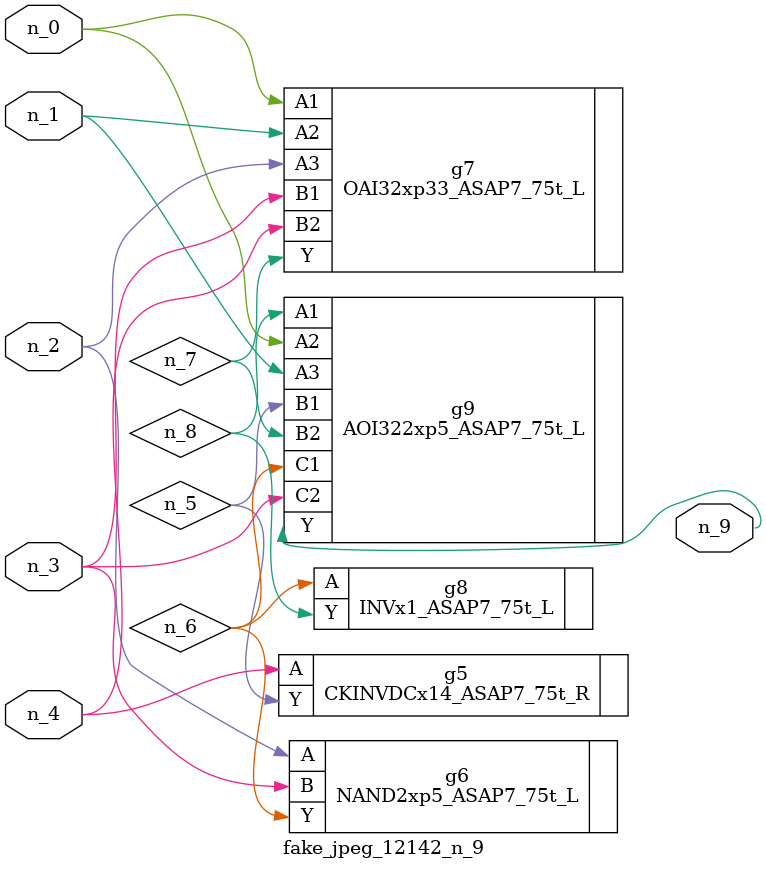
<source format=v>
module fake_jpeg_12142_n_9 (n_3, n_2, n_1, n_0, n_4, n_9);

input n_3;
input n_2;
input n_1;
input n_0;
input n_4;

output n_9;

wire n_8;
wire n_6;
wire n_5;
wire n_7;

CKINVDCx14_ASAP7_75t_R g5 ( 
.A(n_4),
.Y(n_5)
);

NAND2xp5_ASAP7_75t_L g6 ( 
.A(n_2),
.B(n_3),
.Y(n_6)
);

OAI32xp33_ASAP7_75t_L g7 ( 
.A1(n_0),
.A2(n_1),
.A3(n_2),
.B1(n_3),
.B2(n_4),
.Y(n_7)
);

INVx1_ASAP7_75t_L g8 ( 
.A(n_6),
.Y(n_8)
);

AOI322xp5_ASAP7_75t_L g9 ( 
.A1(n_8),
.A2(n_0),
.A3(n_1),
.B1(n_5),
.B2(n_7),
.C1(n_6),
.C2(n_3),
.Y(n_9)
);


endmodule
</source>
